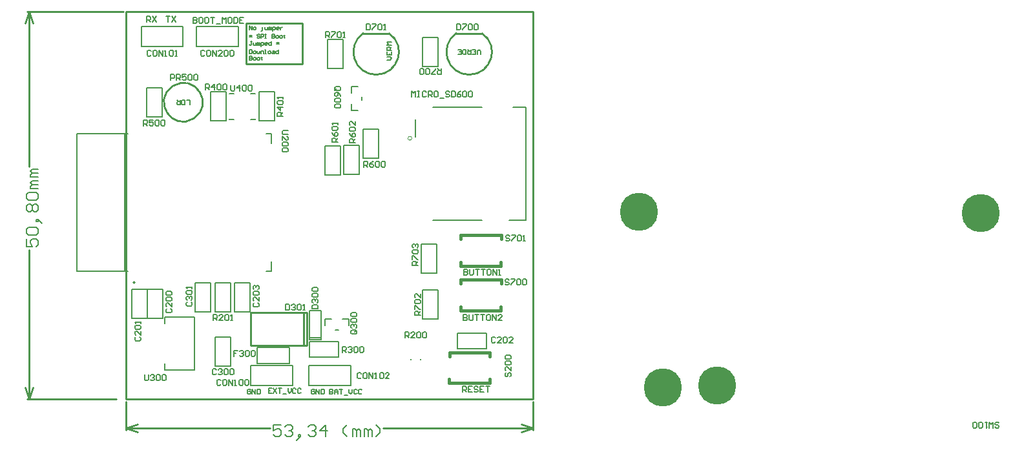
<source format=gto>
G04*
G04 #@! TF.GenerationSoftware,Altium Limited,Altium Designer,22.3.1 (43)*
G04*
G04 Layer_Color=65535*
%FSLAX25Y25*%
%MOIN*%
G70*
G04*
G04 #@! TF.SameCoordinates,F2D03159-C11B-4201-A07A-7D52C7A15B01*
G04*
G04*
G04 #@! TF.FilePolarity,Positive*
G04*
G01*
G75*
%ADD10C,0.00000*%
%ADD11C,0.00394*%
%ADD12C,0.01000*%
%ADD13C,0.00787*%
%ADD14C,0.19685*%
%ADD15C,0.00800*%
%ADD16C,0.01500*%
%ADD17C,0.00500*%
%ADD18C,0.00600*%
D10*
X428365Y394975D02*
G03*
X428365Y394975I-1000J0D01*
G01*
D11*
X349465Y404807D02*
G03*
X349465Y404807I-197J0D01*
G01*
D12*
X403275Y449156D02*
G03*
X416723Y449156I6724J-9603D01*
G01*
X451275D02*
G03*
X464723Y449156I6724J-9603D01*
G01*
X305075Y421949D02*
G03*
X305237Y422052I5425J-8355D01*
G01*
X343000Y433500D02*
X372000D01*
X343000Y454500D02*
X372000D01*
Y433500D02*
Y454500D01*
X343000Y433500D02*
Y454500D01*
X403275Y449156D02*
X416723D01*
X451275D02*
X464723D01*
X374200Y288000D02*
Y305000D01*
X372700Y288500D02*
Y304500D01*
X345200Y288000D02*
Y305000D01*
Y288000D02*
X374200D01*
X345200Y305000D02*
X374200D01*
X231000Y460500D02*
X233000Y454500D01*
X229000D02*
X231000Y460500D01*
X229000Y266500D02*
X231000Y260500D01*
X233000Y266500D01*
X231000Y380493D02*
Y460500D01*
Y260500D02*
Y337306D01*
X230000Y460500D02*
X279500D01*
X230000Y260500D02*
X276000D01*
X281000Y245500D02*
X287000Y247500D01*
X281000Y245500D02*
X287000Y243500D01*
X485000D02*
X491000Y245500D01*
X485000Y247500D02*
X491000Y245500D01*
X281000D02*
X355309D01*
X413491D02*
X491000D01*
X281000Y244500D02*
Y259000D01*
X491000Y244500D02*
Y259000D01*
X281000Y260500D02*
X491000D01*
X281000Y460500D02*
X491000D01*
Y260500D02*
Y460500D01*
X281000Y260500D02*
Y460500D01*
D13*
X285488Y320555D02*
G03*
X285488Y320555I-394J0D01*
G01*
X397144Y409498D02*
Y412647D01*
Y409498D02*
X400491D01*
X402656Y414813D02*
Y416387D01*
X397144Y421663D02*
X400491D01*
X397144Y418513D02*
Y421663D01*
X432978Y280752D02*
Y281146D01*
X427860Y280752D02*
Y281146D01*
X334307Y418193D02*
X336630D01*
X345370D02*
X347693D01*
X334307Y404807D02*
X336630D01*
X345370D02*
X347693D01*
X334307Y417996D02*
Y418193D01*
Y404807D02*
Y405004D01*
X347693Y417996D02*
Y418193D01*
Y404807D02*
Y405004D01*
X375252Y277756D02*
X396748D01*
Y267244D02*
Y277756D01*
X375252Y267244D02*
X396748D01*
X375252D02*
Y277756D01*
X348727Y278766D02*
Y287034D01*
X365262D01*
Y278766D02*
Y287034D01*
X348727Y278766D02*
X365262D01*
X392673Y301587D02*
X395823D01*
Y298240D02*
Y301587D01*
X388972Y296075D02*
X390547D01*
X383658Y298240D02*
Y301587D01*
X386807D01*
X345252Y267244D02*
Y277756D01*
Y267244D02*
X366748D01*
Y277756D01*
X345252D02*
X366748D01*
X310248Y442244D02*
Y452756D01*
X288752D02*
X310248D01*
X288752Y442244D02*
Y452756D01*
Y442244D02*
X310248D01*
X317252Y452756D02*
X338748D01*
Y442244D02*
Y452756D01*
X317252Y442244D02*
X338748D01*
X317252D02*
Y452756D01*
D14*
X558000Y266500D02*
D03*
X586000Y267500D02*
D03*
X722000Y356500D02*
D03*
X545500Y357000D02*
D03*
D15*
X430257Y395779D02*
Y404591D01*
X439115Y411134D02*
X464706D01*
X480453D02*
X487393Y411130D01*
X487343Y352870D02*
X487393Y411130D01*
X478485Y352866D02*
X487343Y352870D01*
X439115Y352866D02*
X464706D01*
D16*
X453448Y329105D02*
X474154D01*
X453448Y344895D02*
X474547D01*
X453448Y342895D02*
Y344895D01*
Y329105D02*
Y331105D01*
X474154Y329105D02*
Y331105D01*
X474547Y342895D02*
Y344895D01*
X447847Y284395D02*
X468552D01*
X447453Y268605D02*
X468552D01*
Y270605D01*
Y282395D02*
Y284395D01*
X447847Y282395D02*
Y284395D01*
X447453Y268605D02*
Y270605D01*
X474547Y319895D02*
Y321895D01*
X474154Y306105D02*
Y308105D01*
X453448Y306105D02*
Y308105D01*
Y319895D02*
Y321895D01*
X474547D01*
X453448Y306105D02*
X474154D01*
D17*
X300823Y275220D02*
Y278724D01*
Y299276D02*
Y302780D01*
Y275220D02*
X316177D01*
X300823Y302780D02*
X316177D01*
Y275220D02*
Y302780D01*
X375500Y306100D02*
X381500D01*
X375500Y291065D02*
Y291900D01*
X381500Y291065D02*
Y291900D01*
X375500D02*
X381500D01*
Y306100D01*
X375500Y291065D02*
X381500D01*
X375500Y291900D02*
Y306100D01*
X255744Y326461D02*
Y397327D01*
X280409D01*
X255744Y326461D02*
X280409D01*
Y397327D01*
X353126Y326461D02*
X356000D01*
X280409D02*
X282063D01*
X356000Y392425D02*
Y397327D01*
Y326461D02*
Y331362D01*
X353126Y397327D02*
X356000D01*
X280409D02*
X282063D01*
X393200Y376300D02*
Y391300D01*
X401200D01*
X393200Y376300D02*
X401200D01*
Y391300D01*
X284000Y302000D02*
Y317000D01*
X292000D01*
X284000Y302000D02*
X292000D01*
Y317000D01*
X452000Y286500D02*
X467000D01*
X452000D02*
Y294500D01*
X467000Y286500D02*
Y294500D01*
X452000D02*
X467000D01*
X345000Y305500D02*
Y320500D01*
X337000Y305500D02*
X345000D01*
X337000Y320500D02*
X345000D01*
X337000Y305500D02*
Y320500D01*
X335000Y305500D02*
Y320500D01*
X327000Y305500D02*
X335000D01*
X327000Y320500D02*
X335000D01*
X327000Y305500D02*
Y320500D01*
X291500Y406000D02*
Y421000D01*
X299500D01*
X291500Y406000D02*
X299500D01*
Y421000D01*
X324500Y305500D02*
Y320500D01*
X316500Y305500D02*
X324500D01*
X316500Y320500D02*
X324500D01*
X316500Y305500D02*
Y320500D01*
X324500Y404000D02*
Y419000D01*
X332500D01*
X324500Y404000D02*
X332500D01*
Y419000D01*
X349500Y404000D02*
Y419000D01*
X357500D01*
X349500Y404000D02*
X357500D01*
Y419000D01*
X375500Y290000D02*
X390500D01*
Y282000D02*
Y290000D01*
X375500Y282000D02*
Y290000D01*
Y282000D02*
X390500D01*
X335000Y277500D02*
Y292500D01*
X327000Y277500D02*
X335000D01*
X327000Y292500D02*
X335000D01*
X327000Y277500D02*
Y292500D01*
X442000Y432000D02*
Y447000D01*
X434000Y432000D02*
X442000D01*
X434000Y447000D02*
X442000D01*
X434000Y432000D02*
Y447000D01*
X393000Y431000D02*
Y446000D01*
X385000Y431000D02*
X393000D01*
X385000Y446000D02*
X393000D01*
X385000Y431000D02*
Y446000D01*
X433800Y301700D02*
Y316700D01*
X441800D01*
X433800Y301700D02*
X441800D01*
Y316700D01*
X441181Y325419D02*
Y340419D01*
X433181Y325419D02*
X441181D01*
X433181Y340419D02*
X441181D01*
X433181Y325419D02*
Y340419D01*
X292000Y302000D02*
Y317000D01*
X300000D01*
X292000Y302000D02*
X300000D01*
Y317000D01*
X411300Y384600D02*
Y399600D01*
X403300Y384600D02*
X411300D01*
X403300Y399600D02*
X411300D01*
X403300Y384600D02*
Y399600D01*
X383600Y376200D02*
Y391200D01*
X391600D01*
X383600Y376200D02*
X391600D01*
Y391200D01*
X344500Y451001D02*
Y453000D01*
X345833Y451001D01*
Y453000D01*
X346833Y451001D02*
X347499D01*
X347832Y451334D01*
Y452000D01*
X347499Y452334D01*
X346833D01*
X346499Y452000D01*
Y451334D01*
X346833Y451001D01*
X350498Y450334D02*
X350831D01*
X351165Y450667D01*
Y452334D01*
X352497D02*
Y451334D01*
X352831Y451001D01*
X353830D01*
Y452334D01*
X354497Y451001D02*
Y452334D01*
X354830D01*
X355163Y452000D01*
Y451001D01*
Y452000D01*
X355496Y452334D01*
X355830Y452000D01*
Y451001D01*
X356496Y450334D02*
Y452334D01*
X357496D01*
X357829Y452000D01*
Y451334D01*
X357496Y451001D01*
X356496D01*
X359495D02*
X358829D01*
X358495Y451334D01*
Y452000D01*
X358829Y452334D01*
X359495D01*
X359828Y452000D01*
Y451667D01*
X358495D01*
X360495Y452334D02*
Y451001D01*
Y451667D01*
X360828Y452000D01*
X361161Y452334D01*
X361494D01*
X344500Y447401D02*
X345833D01*
X344500Y448068D02*
X345833D01*
X349832Y448401D02*
X349498Y448734D01*
X348832D01*
X348499Y448401D01*
Y448068D01*
X348832Y447735D01*
X349498D01*
X349832Y447401D01*
Y447068D01*
X349498Y446735D01*
X348832D01*
X348499Y447068D01*
X350498Y446735D02*
Y448734D01*
X351498D01*
X351831Y448401D01*
Y447735D01*
X351498Y447401D01*
X350498D01*
X352497Y448734D02*
X353164D01*
X352831D01*
Y446735D01*
X352497D01*
X353164D01*
X356163Y448734D02*
Y446735D01*
X357163D01*
X357496Y447068D01*
Y447401D01*
X357163Y447735D01*
X356163D01*
X357163D01*
X357496Y448068D01*
Y448401D01*
X357163Y448734D01*
X356163D01*
X358495Y446735D02*
X359162D01*
X359495Y447068D01*
Y447735D01*
X359162Y448068D01*
X358495D01*
X358162Y447735D01*
Y447068D01*
X358495Y446735D01*
X360495D02*
X361161D01*
X361494Y447068D01*
Y447735D01*
X361161Y448068D01*
X360495D01*
X360162Y447735D01*
Y447068D01*
X360495Y446735D01*
X362494Y448401D02*
Y448068D01*
X362161D01*
X362827D01*
X362494D01*
Y447068D01*
X362827Y446735D01*
X345833Y445135D02*
X345166D01*
X345500D01*
Y443469D01*
X345166Y443136D01*
X344833D01*
X344500Y443469D01*
X346499Y444469D02*
Y443469D01*
X346833Y443136D01*
X347832D01*
Y444469D01*
X348499Y443136D02*
Y444469D01*
X348832D01*
X349165Y444135D01*
Y443136D01*
Y444135D01*
X349498Y444469D01*
X349832Y444135D01*
Y443136D01*
X350498Y442469D02*
Y444469D01*
X351498D01*
X351831Y444135D01*
Y443469D01*
X351498Y443136D01*
X350498D01*
X353497D02*
X352831D01*
X352497Y443469D01*
Y444135D01*
X352831Y444469D01*
X353497D01*
X353830Y444135D01*
Y443802D01*
X352497D01*
X355830Y445135D02*
Y443136D01*
X354830D01*
X354497Y443469D01*
Y444135D01*
X354830Y444469D01*
X355830D01*
X358495Y443802D02*
X359828D01*
X358495Y444469D02*
X359828D01*
X344500Y440869D02*
Y438870D01*
X345500D01*
X345833Y439203D01*
Y440536D01*
X345500Y440869D01*
X344500D01*
X346833Y438870D02*
X347499D01*
X347832Y439203D01*
Y439870D01*
X347499Y440203D01*
X346833D01*
X346499Y439870D01*
Y439203D01*
X346833Y438870D01*
X348499Y440203D02*
Y439203D01*
X348832Y438870D01*
X349165Y439203D01*
X349498Y438870D01*
X349832Y439203D01*
Y440203D01*
X350498Y438870D02*
Y440203D01*
X351498D01*
X351831Y439870D01*
Y438870D01*
X352497D02*
X353164D01*
X352831D01*
Y440869D01*
X352497D01*
X354497Y438870D02*
X355163D01*
X355496Y439203D01*
Y439870D01*
X355163Y440203D01*
X354497D01*
X354164Y439870D01*
Y439203D01*
X354497Y438870D01*
X356496Y440203D02*
X357163D01*
X357496Y439870D01*
Y438870D01*
X356496D01*
X356163Y439203D01*
X356496Y439537D01*
X357496D01*
X359495Y440869D02*
Y438870D01*
X358495D01*
X358162Y439203D01*
Y439870D01*
X358495Y440203D01*
X359495D01*
X344500Y437270D02*
Y435271D01*
X345500D01*
X345833Y435604D01*
Y435937D01*
X345500Y436271D01*
X344500D01*
X345500D01*
X345833Y436604D01*
Y436937D01*
X345500Y437270D01*
X344500D01*
X346833Y435271D02*
X347499D01*
X347832Y435604D01*
Y436271D01*
X347499Y436604D01*
X346833D01*
X346499Y436271D01*
Y435604D01*
X346833Y435271D01*
X348832D02*
X349498D01*
X349832Y435604D01*
Y436271D01*
X349498Y436604D01*
X348832D01*
X348499Y436271D01*
Y435604D01*
X348832Y435271D01*
X350831Y436937D02*
Y436604D01*
X350498D01*
X351165D01*
X350831D01*
Y435604D01*
X351165Y435271D01*
X415501Y435500D02*
X417167D01*
X418000Y436333D01*
X417167Y437166D01*
X415501D01*
Y439665D02*
Y437999D01*
X418000D01*
Y439665D01*
X416750Y437999D02*
Y438832D01*
X418000Y440498D02*
X415501D01*
Y441748D01*
X415917Y442165D01*
X416750D01*
X417167Y441748D01*
Y440498D01*
Y441331D02*
X418000Y442165D01*
Y442998D02*
X415501D01*
X416334Y443831D01*
X415501Y444664D01*
X418000D01*
X463831Y438305D02*
Y439971D01*
X462998Y440804D01*
X462165Y439971D01*
Y438305D01*
X459666D02*
X461332D01*
Y440804D01*
X459666D01*
X461332Y439554D02*
X460499D01*
X458833Y440804D02*
Y438305D01*
X457584D01*
X457167Y438721D01*
Y439554D01*
X457584Y439971D01*
X458833D01*
X458000D02*
X457167Y440804D01*
X456334Y438305D02*
Y440804D01*
X455084D01*
X454668Y440387D01*
Y438721D01*
X455084Y438305D01*
X456334D01*
X452169D02*
X453835D01*
Y440804D01*
X452169D01*
X453835Y439554D02*
X453002D01*
X313807Y412276D02*
Y414776D01*
X312141D01*
X311308Y412276D02*
Y414776D01*
X310058D01*
X309642Y414359D01*
Y412693D01*
X310058Y412276D01*
X311308D01*
X308809Y414776D02*
Y412276D01*
X307559D01*
X307143Y412693D01*
Y413526D01*
X307559Y413942D01*
X308809D01*
X307976D02*
X307143Y414776D01*
X386000Y265416D02*
Y262916D01*
X387250D01*
X387666Y263333D01*
Y263750D01*
X387250Y264166D01*
X386000D01*
X387250D01*
X387666Y264583D01*
Y264999D01*
X387250Y265416D01*
X386000D01*
X388499Y262916D02*
Y264583D01*
X389332Y265416D01*
X390165Y264583D01*
Y262916D01*
Y264166D01*
X388499D01*
X390998Y265416D02*
X392665D01*
X391831D01*
Y262916D01*
X393498Y262500D02*
X395164D01*
X395997Y265416D02*
Y263750D01*
X396830Y262916D01*
X397663Y263750D01*
Y265416D01*
X400162Y264999D02*
X399746Y265416D01*
X398913D01*
X398496Y264999D01*
Y263333D01*
X398913Y262916D01*
X399746D01*
X400162Y263333D01*
X402661Y264999D02*
X402245Y265416D01*
X401412D01*
X400995Y264999D01*
Y263333D01*
X401412Y262916D01*
X402245D01*
X402661Y263333D01*
X455200Y327499D02*
Y324500D01*
X456700D01*
X457199Y325000D01*
Y325500D01*
X456700Y325999D01*
X455200D01*
X456700D01*
X457199Y326499D01*
Y326999D01*
X456700Y327499D01*
X455200D01*
X458199D02*
Y325000D01*
X458699Y324500D01*
X459698D01*
X460198Y325000D01*
Y327499D01*
X461198D02*
X463197D01*
X462198D01*
Y324500D01*
X464197Y327499D02*
X466196D01*
X465197D01*
Y324500D01*
X468696Y327499D02*
X467696D01*
X467196Y326999D01*
Y325000D01*
X467696Y324500D01*
X468696D01*
X469196Y325000D01*
Y326999D01*
X468696Y327499D01*
X470195Y324500D02*
Y327499D01*
X472194Y324500D01*
Y327499D01*
X473194Y324500D02*
X474194D01*
X473694D01*
Y327499D01*
X473194Y326999D01*
X455000Y303899D02*
Y300900D01*
X456499D01*
X456999Y301400D01*
Y301900D01*
X456499Y302399D01*
X455000D01*
X456499D01*
X456999Y302899D01*
Y303399D01*
X456499Y303899D01*
X455000D01*
X457999D02*
Y301400D01*
X458499Y300900D01*
X459499D01*
X459998Y301400D01*
Y303899D01*
X460998D02*
X462997D01*
X461998D01*
Y300900D01*
X463997Y303899D02*
X465996D01*
X464997D01*
Y300900D01*
X468496Y303899D02*
X467496D01*
X466996Y303399D01*
Y301400D01*
X467496Y300900D01*
X468496D01*
X468996Y301400D01*
Y303399D01*
X468496Y303899D01*
X469995Y300900D02*
Y303899D01*
X471994Y300900D01*
Y303899D01*
X474994Y300900D02*
X472994D01*
X474994Y302899D01*
Y303399D01*
X474494Y303899D01*
X473494D01*
X472994Y303399D01*
X454500Y264000D02*
Y266999D01*
X456000D01*
X456499Y266499D01*
Y265499D01*
X456000Y265000D01*
X454500D01*
X455500D02*
X456499Y264000D01*
X459498Y266999D02*
X457499D01*
Y264000D01*
X459498D01*
X457499Y265499D02*
X458499D01*
X462497Y266499D02*
X461998Y266999D01*
X460998D01*
X460498Y266499D01*
Y265999D01*
X460998Y265499D01*
X461998D01*
X462497Y265000D01*
Y264500D01*
X461998Y264000D01*
X460998D01*
X460498Y264500D01*
X465496Y266999D02*
X463497D01*
Y264000D01*
X465496D01*
X463497Y265499D02*
X464497D01*
X466496Y266999D02*
X468496D01*
X467496D01*
Y264000D01*
X315500Y457499D02*
Y454500D01*
X317000D01*
X317499Y455000D01*
Y455500D01*
X317000Y455999D01*
X315500D01*
X317000D01*
X317499Y456499D01*
Y456999D01*
X317000Y457499D01*
X315500D01*
X319999D02*
X318999D01*
X318499Y456999D01*
Y455000D01*
X318999Y454500D01*
X319999D01*
X320498Y455000D01*
Y456999D01*
X319999Y457499D01*
X322998D02*
X321998D01*
X321498Y456999D01*
Y455000D01*
X321998Y454500D01*
X322998D01*
X323497Y455000D01*
Y456999D01*
X322998Y457499D01*
X324497D02*
X326496D01*
X325497D01*
Y454500D01*
X327496Y454000D02*
X329496D01*
X330495Y454500D02*
Y457499D01*
X331495Y456499D01*
X332494Y457499D01*
Y454500D01*
X334994Y457499D02*
X333994D01*
X333494Y456999D01*
Y455000D01*
X333994Y454500D01*
X334994D01*
X335493Y455000D01*
Y456999D01*
X334994Y457499D01*
X336493D02*
Y454500D01*
X337993D01*
X338493Y455000D01*
Y456999D01*
X337993Y457499D01*
X336493D01*
X341492D02*
X339492D01*
Y454500D01*
X341492D01*
X339492Y455999D02*
X340492D01*
X378166Y265083D02*
X377750Y265499D01*
X376917D01*
X376500Y265083D01*
Y263417D01*
X376917Y263000D01*
X377750D01*
X378166Y263417D01*
Y264250D01*
X377333D01*
X378999Y263000D02*
Y265499D01*
X380665Y263000D01*
Y265499D01*
X381498D02*
Y263000D01*
X382748D01*
X383165Y263417D01*
Y265083D01*
X382748Y265499D01*
X381498D01*
X356166Y265916D02*
X354500D01*
Y263417D01*
X356166D01*
X354500Y264666D02*
X355333D01*
X356999Y265916D02*
X358665Y263417D01*
Y265916D02*
X356999Y263417D01*
X359498Y265916D02*
X361164D01*
X360331D01*
Y263417D01*
X361998Y263000D02*
X363664D01*
X364497Y265916D02*
Y264250D01*
X365330Y263417D01*
X366163Y264250D01*
Y265916D01*
X368662Y265499D02*
X368246Y265916D01*
X367412D01*
X366996Y265499D01*
Y263833D01*
X367412Y263417D01*
X368246D01*
X368662Y263833D01*
X371161Y265499D02*
X370745Y265916D01*
X369912D01*
X369495Y265499D01*
Y263833D01*
X369912Y263417D01*
X370745D01*
X371161Y263833D01*
X345166Y265083D02*
X344750Y265499D01*
X343917D01*
X343500Y265083D01*
Y263417D01*
X343917Y263000D01*
X344750D01*
X345166Y263417D01*
Y264250D01*
X344333D01*
X345999Y263000D02*
Y265499D01*
X347665Y263000D01*
Y265499D01*
X348498D02*
Y263000D01*
X349748D01*
X350165Y263417D01*
Y265083D01*
X349748Y265499D01*
X348498D01*
X301500Y457999D02*
X303499D01*
X302500D01*
Y455000D01*
X304499Y457999D02*
X306498Y455000D01*
Y457999D02*
X304499Y455000D01*
X291500D02*
Y457999D01*
X293000D01*
X293499Y457499D01*
Y456499D01*
X293000Y456000D01*
X291500D01*
X292500D02*
X293499Y455000D01*
X294499Y457999D02*
X296498Y455000D01*
Y457999D02*
X294499Y455000D01*
X389100Y419599D02*
X391100D01*
X391599Y420099D01*
Y421098D01*
X391100Y421598D01*
X389100D01*
X388600Y421098D01*
Y420099D01*
X389600Y420599D02*
X388600Y419599D01*
Y420099D02*
X389100Y419599D01*
X391599Y416600D02*
X391100Y417599D01*
X390100Y418599D01*
X389100D01*
X388600Y418099D01*
Y417100D01*
X389100Y416600D01*
X389600D01*
X390100Y417100D01*
Y418599D01*
X391100Y415600D02*
X391599Y415100D01*
Y414101D01*
X391100Y413601D01*
X389100D01*
X388600Y414101D01*
Y415100D01*
X389100Y415600D01*
X391100D01*
Y412601D02*
X391599Y412101D01*
Y411102D01*
X391100Y410602D01*
X389100D01*
X388600Y411102D01*
Y412101D01*
X389100Y412601D01*
X391100D01*
X399099Y392602D02*
X396100D01*
Y394101D01*
X396600Y394601D01*
X397600D01*
X398100Y394101D01*
Y392602D01*
Y393601D02*
X399099Y394601D01*
X396100Y397600D02*
X396600Y396601D01*
X397600Y395601D01*
X398600D01*
X399099Y396101D01*
Y397100D01*
X398600Y397600D01*
X398100D01*
X397600Y397100D01*
Y395601D01*
X396600Y398600D02*
X396100Y399100D01*
Y400099D01*
X396600Y400599D01*
X398600D01*
X399099Y400099D01*
Y399100D01*
X398600Y398600D01*
X396600D01*
X399099Y403598D02*
Y401599D01*
X397100Y403598D01*
X396600D01*
X396100Y403098D01*
Y402099D01*
X396600Y401599D01*
X390100Y393102D02*
X387101D01*
Y394601D01*
X387600Y395101D01*
X388600D01*
X389100Y394601D01*
Y393102D01*
Y394101D02*
X390100Y395101D01*
X387101Y398100D02*
X387600Y397100D01*
X388600Y396101D01*
X389600D01*
X390100Y396601D01*
Y397600D01*
X389600Y398100D01*
X389100D01*
X388600Y397600D01*
Y396101D01*
X387600Y399100D02*
X387101Y399600D01*
Y400599D01*
X387600Y401099D01*
X389600D01*
X390100Y400599D01*
Y399600D01*
X389600Y399100D01*
X387600D01*
X390100Y402099D02*
Y403098D01*
Y402598D01*
X387101D01*
X387600Y402099D01*
X403602Y380100D02*
Y383100D01*
X405101D01*
X405601Y382600D01*
Y381600D01*
X405101Y381100D01*
X403602D01*
X404601D02*
X405601Y380100D01*
X408600Y383100D02*
X407600Y382600D01*
X406601Y381600D01*
Y380600D01*
X407101Y380100D01*
X408100D01*
X408600Y380600D01*
Y381100D01*
X408100Y381600D01*
X406601D01*
X409600Y382600D02*
X410100Y383100D01*
X411099D01*
X411599Y382600D01*
Y380600D01*
X411099Y380100D01*
X410100D01*
X409600Y380600D01*
Y382600D01*
X412599D02*
X413099Y383100D01*
X414098D01*
X414598Y382600D01*
Y380600D01*
X414098Y380100D01*
X413099D01*
X412599Y380600D01*
Y382600D01*
X428255Y416350D02*
Y419349D01*
X429255Y418350D01*
X430254Y419349D01*
Y416350D01*
X431254Y419349D02*
X432254D01*
X431754D01*
Y416350D01*
X431254D01*
X432254D01*
X435753Y418850D02*
X435253Y419349D01*
X434253D01*
X433753Y418850D01*
Y416850D01*
X434253Y416350D01*
X435253D01*
X435753Y416850D01*
X436752Y416350D02*
Y419349D01*
X438252D01*
X438752Y418850D01*
Y417850D01*
X438252Y417350D01*
X436752D01*
X437752D02*
X438752Y416350D01*
X441251Y419349D02*
X440251D01*
X439751Y418850D01*
Y416850D01*
X440251Y416350D01*
X441251D01*
X441751Y416850D01*
Y418850D01*
X441251Y419349D01*
X442750Y415851D02*
X444750D01*
X447749Y418850D02*
X447249Y419349D01*
X446249D01*
X445749Y418850D01*
Y418350D01*
X446249Y417850D01*
X447249D01*
X447749Y417350D01*
Y416850D01*
X447249Y416350D01*
X446249D01*
X445749Y416850D01*
X448748Y419349D02*
Y416350D01*
X450248D01*
X450748Y416850D01*
Y418850D01*
X450248Y419349D01*
X448748D01*
X453747D02*
X452747Y418850D01*
X451748Y417850D01*
Y416850D01*
X452247Y416350D01*
X453247D01*
X453747Y416850D01*
Y417350D01*
X453247Y417850D01*
X451748D01*
X454746Y418850D02*
X455246Y419349D01*
X456246D01*
X456746Y418850D01*
Y416850D01*
X456246Y416350D01*
X455246D01*
X454746Y416850D01*
Y418850D01*
X457746D02*
X458245Y419349D01*
X459245D01*
X459745Y418850D01*
Y416850D01*
X459245Y416350D01*
X458245D01*
X457746Y416850D01*
Y418850D01*
X338501Y285500D02*
X336502D01*
Y284000D01*
X337502D01*
X336502D01*
Y282501D01*
X339501Y285000D02*
X340001Y285500D01*
X341000D01*
X341500Y285000D01*
Y284500D01*
X341000Y284000D01*
X340500D01*
X341000D01*
X341500Y283500D01*
Y283000D01*
X341000Y282501D01*
X340001D01*
X339501Y283000D01*
X342500Y285000D02*
X343000Y285500D01*
X343999D01*
X344499Y285000D01*
Y283000D01*
X343999Y282501D01*
X343000D01*
X342500Y283000D01*
Y285000D01*
X345499D02*
X345999Y285500D01*
X346998D01*
X347498Y285000D01*
Y283000D01*
X346998Y282501D01*
X345999D01*
X345499Y283000D01*
Y285000D01*
X363402Y309299D02*
Y306300D01*
X364901D01*
X365401Y306800D01*
Y308800D01*
X364901Y309299D01*
X363402D01*
X366401Y308800D02*
X366900Y309299D01*
X367900D01*
X368400Y308800D01*
Y308300D01*
X367900Y307800D01*
X367400D01*
X367900D01*
X368400Y307300D01*
Y306800D01*
X367900Y306300D01*
X366900D01*
X366401Y306800D01*
X369400Y308800D02*
X369900Y309299D01*
X370899D01*
X371399Y308800D01*
Y306800D01*
X370899Y306300D01*
X369900D01*
X369400Y306800D01*
Y308800D01*
X372399Y306300D02*
X373398D01*
X372899D01*
Y309299D01*
X372399Y308800D01*
X286000Y292501D02*
X285501Y292001D01*
Y291002D01*
X286000Y290502D01*
X288000D01*
X288499Y291002D01*
Y292001D01*
X288000Y292501D01*
X288499Y295500D02*
Y293501D01*
X286500Y295500D01*
X286000D01*
X285501Y295000D01*
Y294001D01*
X286000Y293501D01*
Y296500D02*
X285501Y297000D01*
Y297999D01*
X286000Y298499D01*
X288000D01*
X288499Y297999D01*
Y297000D01*
X288000Y296500D01*
X286000D01*
X288499Y299499D02*
Y300498D01*
Y299998D01*
X285501D01*
X286000Y299499D01*
X364499Y398998D02*
X362000D01*
X361501Y398498D01*
Y397499D01*
X362000Y396999D01*
X364499D01*
X361501Y394000D02*
Y395999D01*
X363500Y394000D01*
X364000D01*
X364499Y394500D01*
Y395499D01*
X364000Y395999D01*
Y393000D02*
X364499Y392500D01*
Y391501D01*
X364000Y391001D01*
X362000D01*
X361501Y391501D01*
Y392500D01*
X362000Y393000D01*
X364000D01*
Y390001D02*
X364499Y389501D01*
Y388502D01*
X364000Y388002D01*
X362000D01*
X361501Y388502D01*
Y389501D01*
X362000Y390001D01*
X364000D01*
X302000Y307001D02*
X301501Y306501D01*
Y305502D01*
X302000Y305002D01*
X304000D01*
X304500Y305502D01*
Y306501D01*
X304000Y307001D01*
X304500Y310000D02*
Y308001D01*
X302500Y310000D01*
X302000D01*
X301501Y309500D01*
Y308501D01*
X302000Y308001D01*
Y311000D02*
X301501Y311500D01*
Y312499D01*
X302000Y312999D01*
X304000D01*
X304500Y312499D01*
Y311500D01*
X304000Y311000D01*
X302000D01*
Y313999D02*
X301501Y314499D01*
Y315498D01*
X302000Y315998D01*
X304000D01*
X304500Y315498D01*
Y314499D01*
X304000Y313999D01*
X302000D01*
X478901Y344500D02*
X478401Y345000D01*
X477401D01*
X476902Y344500D01*
Y344000D01*
X477401Y343500D01*
X478401D01*
X478901Y343000D01*
Y342500D01*
X478401Y342001D01*
X477401D01*
X476902Y342500D01*
X479901Y345000D02*
X481900D01*
Y344500D01*
X479901Y342500D01*
Y342001D01*
X482900Y344500D02*
X483399Y345000D01*
X484399D01*
X484899Y344500D01*
Y342500D01*
X484399Y342001D01*
X483399D01*
X482900Y342500D01*
Y344500D01*
X485899Y342001D02*
X486898D01*
X486399D01*
Y345000D01*
X485899Y344500D01*
X478501Y321800D02*
X478001Y322300D01*
X477002D01*
X476502Y321800D01*
Y321300D01*
X477002Y320800D01*
X478001D01*
X478501Y320300D01*
Y319800D01*
X478001Y319301D01*
X477002D01*
X476502Y319800D01*
X479501Y322300D02*
X481500D01*
Y321800D01*
X479501Y319800D01*
Y319301D01*
X482500Y321800D02*
X483000Y322300D01*
X483999D01*
X484499Y321800D01*
Y319800D01*
X483999Y319301D01*
X483000D01*
X482500Y319800D01*
Y321800D01*
X485499D02*
X485999Y322300D01*
X486998D01*
X487498Y321800D01*
Y319800D01*
X486998Y319301D01*
X485999D01*
X485499Y319800D01*
Y321800D01*
X431681Y329420D02*
X428682D01*
Y330920D01*
X429182Y331420D01*
X430181D01*
X430681Y330920D01*
Y329420D01*
Y330420D02*
X431681Y331420D01*
X428682Y332419D02*
Y334419D01*
X429182D01*
X431181Y332419D01*
X431681D01*
X429182Y335418D02*
X428682Y335918D01*
Y336918D01*
X429182Y337418D01*
X431181D01*
X431681Y336918D01*
Y335918D01*
X431181Y335418D01*
X429182D01*
Y338417D02*
X428682Y338917D01*
Y339917D01*
X429182Y340417D01*
X429682D01*
X430181Y339917D01*
Y339417D01*
Y339917D01*
X430681Y340417D01*
X431181D01*
X431681Y339917D01*
Y338917D01*
X431181Y338417D01*
X432799Y303702D02*
X429801D01*
Y305201D01*
X430300Y305701D01*
X431300D01*
X431800Y305201D01*
Y303702D01*
Y304701D02*
X432799Y305701D01*
X429801Y306701D02*
Y308700D01*
X430300D01*
X432300Y306701D01*
X432799D01*
X430300Y309700D02*
X429801Y310200D01*
Y311199D01*
X430300Y311699D01*
X432300D01*
X432799Y311199D01*
Y310200D01*
X432300Y309700D01*
X430300D01*
X432799Y314698D02*
Y312699D01*
X430800Y314698D01*
X430300D01*
X429801Y314198D01*
Y313199D01*
X430300Y312699D01*
X384002Y447001D02*
Y450000D01*
X385501D01*
X386001Y449500D01*
Y448500D01*
X385501Y448000D01*
X384002D01*
X385001D02*
X386001Y447001D01*
X387001Y450000D02*
X389000D01*
Y449500D01*
X387001Y447500D01*
Y447001D01*
X390000Y449500D02*
X390499Y450000D01*
X391499D01*
X391999Y449500D01*
Y447500D01*
X391499Y447001D01*
X390499D01*
X390000Y447500D01*
Y449500D01*
X392999Y447001D02*
X393998D01*
X393498D01*
Y450000D01*
X392999Y449500D01*
X443498Y431000D02*
Y428000D01*
X441999D01*
X441499Y428500D01*
Y429500D01*
X441999Y430000D01*
X443498D01*
X442498D02*
X441499Y431000D01*
X440499Y428000D02*
X438500D01*
Y428500D01*
X440499Y430500D01*
Y431000D01*
X437500Y428500D02*
X437000Y428000D01*
X436001D01*
X435501Y428500D01*
Y430500D01*
X436001Y431000D01*
X437000D01*
X437500Y430500D01*
Y428500D01*
X434501D02*
X434001Y428000D01*
X433002D01*
X432502Y428500D01*
Y430500D01*
X433002Y431000D01*
X434001D01*
X434501Y430500D01*
Y428500D01*
X405002Y454000D02*
Y451000D01*
X406501D01*
X407001Y451500D01*
Y453500D01*
X406501Y454000D01*
X405002D01*
X408001D02*
X410000D01*
Y453500D01*
X408001Y451500D01*
Y451000D01*
X411000Y453500D02*
X411500Y454000D01*
X412499D01*
X412999Y453500D01*
Y451500D01*
X412499Y451000D01*
X411500D01*
X411000Y451500D01*
Y453500D01*
X413999Y451000D02*
X414998D01*
X414499D01*
Y454000D01*
X413999Y453500D01*
X451502Y454000D02*
Y451000D01*
X453001D01*
X453501Y451500D01*
Y453500D01*
X453001Y454000D01*
X451502D01*
X454501D02*
X456500D01*
Y453500D01*
X454501Y451500D01*
Y451000D01*
X457500Y453500D02*
X458000Y454000D01*
X458999D01*
X459499Y453500D01*
Y451500D01*
X458999Y451000D01*
X458000D01*
X457500Y451500D01*
Y453500D01*
X460499D02*
X460999Y454000D01*
X461998D01*
X462498Y453500D01*
Y451500D01*
X461998Y451000D01*
X460999D01*
X460499Y451500D01*
Y453500D01*
X327501Y275500D02*
X327001Y275999D01*
X326002D01*
X325502Y275500D01*
Y273500D01*
X326002Y273001D01*
X327001D01*
X327501Y273500D01*
X328501Y275500D02*
X329001Y275999D01*
X330000D01*
X330500Y275500D01*
Y275000D01*
X330000Y274500D01*
X329501D01*
X330000D01*
X330500Y274000D01*
Y273500D01*
X330000Y273001D01*
X329001D01*
X328501Y273500D01*
X331500Y275500D02*
X332000Y275999D01*
X332999D01*
X333499Y275500D01*
Y273500D01*
X332999Y273001D01*
X332000D01*
X331500Y273500D01*
Y275500D01*
X334499D02*
X334999Y275999D01*
X335998D01*
X336498Y275500D01*
Y273500D01*
X335998Y273001D01*
X334999D01*
X334499Y273500D01*
Y275500D01*
X402252Y273500D02*
X401752Y274000D01*
X400752D01*
X400253Y273500D01*
Y271500D01*
X400752Y271001D01*
X401752D01*
X402252Y271500D01*
X404751Y274000D02*
X403752D01*
X403252Y273500D01*
Y271500D01*
X403752Y271001D01*
X404751D01*
X405251Y271500D01*
Y273500D01*
X404751Y274000D01*
X406251Y271001D02*
Y274000D01*
X408250Y271001D01*
Y274000D01*
X409250Y271001D02*
X410249D01*
X409750D01*
Y274000D01*
X409250Y273500D01*
X411749D02*
X412249Y274000D01*
X413248D01*
X413748Y273500D01*
Y271500D01*
X413248Y271001D01*
X412249D01*
X411749Y271500D01*
Y273500D01*
X416747Y271001D02*
X414748D01*
X416747Y273000D01*
Y273500D01*
X416248Y274000D01*
X415248D01*
X414748Y273500D01*
X392502Y284501D02*
Y287499D01*
X394001D01*
X394501Y287000D01*
Y286000D01*
X394001Y285500D01*
X392502D01*
X393501D02*
X394501Y284501D01*
X395501Y287000D02*
X396001Y287499D01*
X397000D01*
X397500Y287000D01*
Y286500D01*
X397000Y286000D01*
X396500D01*
X397000D01*
X397500Y285500D01*
Y285000D01*
X397000Y284501D01*
X396001D01*
X395501Y285000D01*
X398500Y287000D02*
X399000Y287499D01*
X399999D01*
X400499Y287000D01*
Y285000D01*
X399999Y284501D01*
X399000D01*
X398500Y285000D01*
Y287000D01*
X401499D02*
X401999Y287499D01*
X402998D01*
X403498Y287000D01*
Y285000D01*
X402998Y284501D01*
X401999D01*
X401499Y285000D01*
Y287000D01*
X477000Y274001D02*
X476501Y273501D01*
Y272502D01*
X477000Y272002D01*
X477500D01*
X478000Y272502D01*
Y273501D01*
X478500Y274001D01*
X479000D01*
X479499Y273501D01*
Y272502D01*
X479000Y272002D01*
X479499Y277000D02*
Y275001D01*
X477500Y277000D01*
X477000D01*
X476501Y276500D01*
Y275501D01*
X477000Y275001D01*
Y278000D02*
X476501Y278500D01*
Y279499D01*
X477000Y279999D01*
X479000D01*
X479499Y279499D01*
Y278500D01*
X479000Y278000D01*
X477000D01*
Y280999D02*
X476501Y281499D01*
Y282498D01*
X477000Y282998D01*
X479000D01*
X479499Y282498D01*
Y281499D01*
X479000Y280999D01*
X477000D01*
X362000Y406502D02*
X359000D01*
Y408001D01*
X359500Y408501D01*
X360500D01*
X361000Y408001D01*
Y406502D01*
Y407501D02*
X362000Y408501D01*
Y411000D02*
X359000D01*
X360500Y409501D01*
Y411500D01*
X359500Y412500D02*
X359000Y412999D01*
Y413999D01*
X359500Y414499D01*
X361500D01*
X362000Y413999D01*
Y412999D01*
X361500Y412500D01*
X359500D01*
X362000Y415499D02*
Y416498D01*
Y415999D01*
X359000D01*
X359500Y415499D01*
X322002Y420001D02*
Y422999D01*
X323501D01*
X324001Y422500D01*
Y421500D01*
X323501Y421000D01*
X322002D01*
X323002D02*
X324001Y420001D01*
X326500D02*
Y422999D01*
X325001Y421500D01*
X327000D01*
X328000Y422500D02*
X328500Y422999D01*
X329499D01*
X329999Y422500D01*
Y420500D01*
X329499Y420001D01*
X328500D01*
X328000Y420500D01*
Y422500D01*
X330999D02*
X331499Y422999D01*
X332498D01*
X332998Y422500D01*
Y420500D01*
X332498Y420001D01*
X331499D01*
X330999Y420500D01*
Y422500D01*
X424920Y291950D02*
Y294949D01*
X426420D01*
X426920Y294449D01*
Y293449D01*
X426420Y292949D01*
X424920D01*
X425920D02*
X426920Y291950D01*
X429919D02*
X427919D01*
X429919Y293949D01*
Y294449D01*
X429419Y294949D01*
X428419D01*
X427919Y294449D01*
X430919D02*
X431418Y294949D01*
X432418D01*
X432918Y294449D01*
Y292450D01*
X432418Y291950D01*
X431418D01*
X430919Y292450D01*
Y294449D01*
X433918D02*
X434417Y294949D01*
X435417D01*
X435917Y294449D01*
Y292450D01*
X435417Y291950D01*
X434417D01*
X433918Y292450D01*
Y294449D01*
X377000Y307002D02*
X379999D01*
Y308501D01*
X379500Y309001D01*
X377500D01*
X377000Y308501D01*
Y307002D01*
X377500Y310001D02*
X377000Y310501D01*
Y311500D01*
X377500Y312000D01*
X378000D01*
X378500Y311500D01*
Y311000D01*
Y311500D01*
X379000Y312000D01*
X379500D01*
X379999Y311500D01*
Y310501D01*
X379500Y310001D01*
X377500Y313000D02*
X377000Y313500D01*
Y314499D01*
X377500Y314999D01*
X379500D01*
X379999Y314499D01*
Y313500D01*
X379500Y313000D01*
X377500D01*
Y315999D02*
X377000Y316499D01*
Y317498D01*
X377500Y317998D01*
X379500D01*
X379999Y317498D01*
Y316499D01*
X379500Y315999D01*
X377500D01*
X321502Y440000D02*
X321002Y440499D01*
X320003D01*
X319503Y440000D01*
Y438000D01*
X320003Y437500D01*
X321002D01*
X321502Y438000D01*
X324001Y440499D02*
X323002D01*
X322502Y440000D01*
Y438000D01*
X323002Y437500D01*
X324001D01*
X324501Y438000D01*
Y440000D01*
X324001Y440499D01*
X325501Y437500D02*
Y440499D01*
X327500Y437500D01*
Y440499D01*
X330499Y437500D02*
X328500D01*
X330499Y439500D01*
Y440000D01*
X329999Y440499D01*
X329000D01*
X328500Y440000D01*
X331499D02*
X331999Y440499D01*
X332998D01*
X333498Y440000D01*
Y438000D01*
X332998Y437500D01*
X331999D01*
X331499Y438000D01*
Y440000D01*
X334498D02*
X334998Y440499D01*
X335997D01*
X336497Y440000D01*
Y438000D01*
X335997Y437500D01*
X334998D01*
X334498Y438000D01*
Y440000D01*
X293752D02*
X293252Y440499D01*
X292252D01*
X291753Y440000D01*
Y438000D01*
X292252Y437500D01*
X293252D01*
X293752Y438000D01*
X296251Y440499D02*
X295251D01*
X294752Y440000D01*
Y438000D01*
X295251Y437500D01*
X296251D01*
X296751Y438000D01*
Y440000D01*
X296251Y440499D01*
X297751Y437500D02*
Y440499D01*
X299750Y437500D01*
Y440499D01*
X300750Y437500D02*
X301749D01*
X301249D01*
Y440499D01*
X300750Y440000D01*
X303249D02*
X303749Y440499D01*
X304748D01*
X305248Y440000D01*
Y438000D01*
X304748Y437500D01*
X303749D01*
X303249Y438000D01*
Y440000D01*
X306248Y437500D02*
X307247D01*
X306748D01*
Y440499D01*
X306248Y440000D01*
X329752Y270000D02*
X329252Y270499D01*
X328253D01*
X327753Y270000D01*
Y268000D01*
X328253Y267500D01*
X329252D01*
X329752Y268000D01*
X332251Y270499D02*
X331252D01*
X330752Y270000D01*
Y268000D01*
X331252Y267500D01*
X332251D01*
X332751Y268000D01*
Y270000D01*
X332251Y270499D01*
X333751Y267500D02*
Y270499D01*
X335750Y267500D01*
Y270499D01*
X336750Y267500D02*
X337749D01*
X337250D01*
Y270499D01*
X336750Y270000D01*
X339249D02*
X339749Y270499D01*
X340749D01*
X341248Y270000D01*
Y268000D01*
X340749Y267500D01*
X339749D01*
X339249Y268000D01*
Y270000D01*
X342248D02*
X342748Y270499D01*
X343747D01*
X344247Y270000D01*
Y268000D01*
X343747Y267500D01*
X342748D01*
X342248Y268000D01*
Y270000D01*
X312500Y310501D02*
X312000Y310001D01*
Y309001D01*
X312500Y308502D01*
X314500D01*
X315000Y309001D01*
Y310001D01*
X314500Y310501D01*
X312500Y311501D02*
X312000Y312000D01*
Y313000D01*
X312500Y313500D01*
X313000D01*
X313500Y313000D01*
Y312500D01*
Y313000D01*
X314000Y313500D01*
X314500D01*
X315000Y313000D01*
Y312000D01*
X314500Y311501D01*
X312500Y314500D02*
X312000Y315000D01*
Y315999D01*
X312500Y316499D01*
X314500D01*
X315000Y315999D01*
Y315000D01*
X314500Y314500D01*
X312500D01*
X315000Y317499D02*
Y318498D01*
Y317999D01*
X312000D01*
X312500Y317499D01*
X290002Y401501D02*
Y404499D01*
X291501D01*
X292001Y404000D01*
Y403000D01*
X291501Y402500D01*
X290002D01*
X291002D02*
X292001Y401501D01*
X295000Y404499D02*
X293001D01*
Y403000D01*
X294001Y403500D01*
X294500D01*
X295000Y403000D01*
Y402000D01*
X294500Y401501D01*
X293501D01*
X293001Y402000D01*
X296000Y404000D02*
X296500Y404499D01*
X297499D01*
X297999Y404000D01*
Y402000D01*
X297499Y401501D01*
X296500D01*
X296000Y402000D01*
Y404000D01*
X298999D02*
X299499Y404499D01*
X300498D01*
X300998Y404000D01*
Y402000D01*
X300498Y401501D01*
X299499D01*
X298999Y402000D01*
Y404000D01*
X326002Y301000D02*
Y303999D01*
X327501D01*
X328001Y303500D01*
Y302500D01*
X327501Y302000D01*
X326002D01*
X327001D02*
X328001Y301000D01*
X331000D02*
X329001D01*
X331000Y303000D01*
Y303500D01*
X330500Y303999D01*
X329501D01*
X329001Y303500D01*
X332000D02*
X332500Y303999D01*
X333499D01*
X333999Y303500D01*
Y301500D01*
X333499Y301000D01*
X332500D01*
X332000Y301500D01*
Y303500D01*
X334999Y301000D02*
X335998D01*
X335498D01*
Y303999D01*
X334999Y303500D01*
X335002Y422500D02*
Y420000D01*
X335502Y419500D01*
X336501D01*
X337001Y420000D01*
Y422500D01*
X339500Y419500D02*
Y422500D01*
X338001Y421000D01*
X340000D01*
X341000Y422000D02*
X341500Y422500D01*
X342499D01*
X342999Y422000D01*
Y420000D01*
X342499Y419500D01*
X341500D01*
X341000Y420000D01*
Y422000D01*
X343999D02*
X344499Y422500D01*
X345498D01*
X345998Y422000D01*
Y420000D01*
X345498Y419500D01*
X344499D01*
X343999Y420000D01*
Y422000D01*
X290502Y273000D02*
Y270500D01*
X291002Y270001D01*
X292001D01*
X292501Y270500D01*
Y273000D01*
X293501Y272500D02*
X294001Y273000D01*
X295000D01*
X295500Y272500D01*
Y272000D01*
X295000Y271500D01*
X294500D01*
X295000D01*
X295500Y271000D01*
Y270500D01*
X295000Y270001D01*
X294001D01*
X293501Y270500D01*
X296500Y272500D02*
X297000Y273000D01*
X297999D01*
X298499Y272500D01*
Y270500D01*
X297999Y270001D01*
X297000D01*
X296500Y270500D01*
Y272500D01*
X299499D02*
X299999Y273000D01*
X300998D01*
X301498Y272500D01*
Y270500D01*
X300998Y270001D01*
X299999D01*
X299499Y270500D01*
Y272500D01*
X399500Y296001D02*
X397500D01*
X397001Y295501D01*
Y294502D01*
X397500Y294002D01*
X399500D01*
X399999Y294502D01*
Y295501D01*
X399000Y295002D02*
X399999Y296001D01*
Y295501D02*
X399500Y296001D01*
X397500Y297001D02*
X397001Y297501D01*
Y298500D01*
X397500Y299000D01*
X398000D01*
X398500Y298500D01*
Y298001D01*
Y298500D01*
X399000Y299000D01*
X399500D01*
X399999Y298500D01*
Y297501D01*
X399500Y297001D01*
X397500Y300000D02*
X397001Y300500D01*
Y301499D01*
X397500Y301999D01*
X399500D01*
X399999Y301499D01*
Y300500D01*
X399500Y300000D01*
X397500D01*
Y302999D02*
X397001Y303499D01*
Y304498D01*
X397500Y304998D01*
X399500D01*
X399999Y304498D01*
Y303499D01*
X399500Y302999D01*
X397500D01*
X304002Y425000D02*
Y427999D01*
X305502D01*
X306002Y427500D01*
Y426500D01*
X305502Y426000D01*
X304002D01*
X307001Y425000D02*
Y427999D01*
X308501D01*
X309001Y427500D01*
Y426500D01*
X308501Y426000D01*
X307001D01*
X308001D02*
X309001Y425000D01*
X312000Y427999D02*
X310000D01*
Y426500D01*
X311000Y427000D01*
X311500D01*
X312000Y426500D01*
Y425500D01*
X311500Y425000D01*
X310500D01*
X310000Y425500D01*
X312999Y427500D02*
X313499Y427999D01*
X314499D01*
X314999Y427500D01*
Y425500D01*
X314499Y425000D01*
X313499D01*
X312999Y425500D01*
Y427500D01*
X315998D02*
X316498Y427999D01*
X317498D01*
X317998Y427500D01*
Y425500D01*
X317498Y425000D01*
X316498D01*
X315998Y425500D01*
Y427500D01*
X347000Y310001D02*
X346500Y309501D01*
Y308502D01*
X347000Y308002D01*
X349000D01*
X349500Y308502D01*
Y309501D01*
X349000Y310001D01*
X349500Y313000D02*
Y311001D01*
X347500Y313000D01*
X347000D01*
X346500Y312500D01*
Y311501D01*
X347000Y311001D01*
Y314000D02*
X346500Y314500D01*
Y315499D01*
X347000Y315999D01*
X349000D01*
X349500Y315499D01*
Y314500D01*
X349000Y314000D01*
X347000D01*
Y316999D02*
X346500Y317499D01*
Y318498D01*
X347000Y318998D01*
X347500D01*
X348000Y318498D01*
Y317999D01*
Y318498D01*
X348500Y318998D01*
X349000D01*
X349500Y318498D01*
Y317499D01*
X349000Y316999D01*
X471501Y292000D02*
X471001Y292499D01*
X470002D01*
X469502Y292000D01*
Y290000D01*
X470002Y289500D01*
X471001D01*
X471501Y290000D01*
X474500Y289500D02*
X472501D01*
X474500Y291500D01*
Y292000D01*
X474000Y292499D01*
X473001D01*
X472501Y292000D01*
X475500D02*
X476000Y292499D01*
X476999D01*
X477499Y292000D01*
Y290000D01*
X476999Y289500D01*
X476000D01*
X475500Y290000D01*
Y292000D01*
X480498Y289500D02*
X478499D01*
X480498Y291500D01*
Y292000D01*
X479998Y292499D01*
X478999D01*
X478499Y292000D01*
X729249Y246000D02*
X729748Y245500D01*
X730748D01*
X731248Y246000D01*
Y246500D01*
X730748Y247000D01*
X729748D01*
X729249Y247500D01*
Y248000D01*
X729748Y248499D01*
X730748D01*
X731248Y248000D01*
X728249Y245500D02*
Y248499D01*
X727249Y247500D01*
X726249Y248499D01*
Y245500D01*
X725250Y248499D02*
X724250D01*
X724750D01*
Y245500D01*
X725250Y246000D01*
X722751D02*
X722251Y245500D01*
X721251D01*
X720751Y246000D01*
Y248000D01*
X721251Y248499D01*
X722251D01*
X722751Y248000D01*
Y246000D01*
X719752D02*
X719252Y245500D01*
X718252D01*
X717752Y246000D01*
Y248000D01*
X718252Y248499D01*
X719252D01*
X719752Y248000D01*
Y246000D01*
D18*
X229601Y342905D02*
Y338907D01*
X232600D01*
X231600Y340906D01*
Y341905D01*
X232600Y342905D01*
X234599D01*
X235599Y341905D01*
Y339906D01*
X234599Y338907D01*
X230600Y344904D02*
X229601Y345904D01*
Y347903D01*
X230600Y348903D01*
X234599D01*
X235599Y347903D01*
Y345904D01*
X234599Y344904D01*
X230600D01*
X236598Y351902D02*
X235599Y352902D01*
X234599D01*
Y351902D01*
X235599D01*
Y352902D01*
X236598Y351902D01*
X237598Y350903D01*
X230600Y356901D02*
X229601Y357900D01*
Y359900D01*
X230600Y360899D01*
X231600D01*
X232600Y359900D01*
X233599Y360899D01*
X234599D01*
X235599Y359900D01*
Y357900D01*
X234599Y356901D01*
X233599D01*
X232600Y357900D01*
X231600Y356901D01*
X230600D01*
X232600Y357900D02*
Y359900D01*
X230600Y362899D02*
X229601Y363898D01*
Y365898D01*
X230600Y366897D01*
X234599D01*
X235599Y365898D01*
Y363898D01*
X234599Y362899D01*
X230600D01*
X235599Y368897D02*
X231600D01*
Y369896D01*
X232600Y370896D01*
X235599D01*
X232600D01*
X231600Y371896D01*
X232600Y372896D01*
X235599D01*
Y374895D02*
X231600D01*
Y375894D01*
X232600Y376894D01*
X235599D01*
X232600D01*
X231600Y377894D01*
X232600Y378893D01*
X235599D01*
X360908Y246899D02*
X356909D01*
Y243900D01*
X358908Y244900D01*
X359908D01*
X360908Y243900D01*
Y241901D01*
X359908Y240901D01*
X357909D01*
X356909Y241901D01*
X362907Y245900D02*
X363907Y246899D01*
X365906D01*
X366906Y245900D01*
Y244900D01*
X365906Y243900D01*
X364906D01*
X365906D01*
X366906Y242901D01*
Y241901D01*
X365906Y240901D01*
X363907D01*
X362907Y241901D01*
X369905Y239902D02*
X370904Y240901D01*
Y241901D01*
X369905D01*
Y240901D01*
X370904D01*
X369905Y239902D01*
X368905Y238902D01*
X374903Y245900D02*
X375903Y246899D01*
X377902D01*
X378902Y245900D01*
Y244900D01*
X377902Y243900D01*
X376902D01*
X377902D01*
X378902Y242901D01*
Y241901D01*
X377902Y240901D01*
X375903D01*
X374903Y241901D01*
X383900Y240901D02*
Y246899D01*
X380901Y243900D01*
X384900D01*
X394897Y240901D02*
X392897Y242901D01*
Y244900D01*
X394897Y246899D01*
X397896Y240901D02*
Y244900D01*
X398895D01*
X399895Y243900D01*
Y240901D01*
Y243900D01*
X400895Y244900D01*
X401894Y243900D01*
Y240901D01*
X403894D02*
Y244900D01*
X404893D01*
X405893Y243900D01*
Y240901D01*
Y243900D01*
X406893Y244900D01*
X407892Y243900D01*
Y240901D01*
X409892D02*
X411891Y242901D01*
Y244900D01*
X409892Y246899D01*
M02*

</source>
